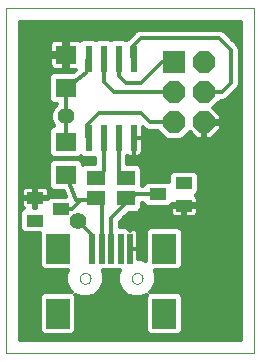
<source format=gtl>
G75*
%MOIN*%
%OFA0B0*%
%FSLAX24Y24*%
%IPPOS*%
%LPD*%
%AMOC8*
5,1,8,0,0,1.08239X$1,22.5*
%
%ADD10C,0.0000*%
%ADD11R,0.0240X0.0870*%
%ADD12R,0.0709X0.0630*%
%ADD13R,0.0551X0.0394*%
%ADD14R,0.0591X0.0512*%
%ADD15R,0.0710X0.0630*%
%ADD16R,0.0740X0.0740*%
%ADD17OC8,0.0740*%
%ADD18R,0.0197X0.0984*%
%ADD19R,0.0787X0.0984*%
%ADD20C,0.0120*%
%ADD21C,0.0556*%
D10*
X001160Y001160D02*
X001160Y012656D01*
X009430Y012656D01*
X009430Y001160D01*
X001160Y001160D01*
X003617Y003660D02*
X003619Y003686D01*
X003625Y003712D01*
X003635Y003737D01*
X003648Y003760D01*
X003664Y003780D01*
X003684Y003798D01*
X003706Y003813D01*
X003729Y003825D01*
X003755Y003833D01*
X003781Y003837D01*
X003807Y003837D01*
X003833Y003833D01*
X003859Y003825D01*
X003883Y003813D01*
X003904Y003798D01*
X003924Y003780D01*
X003940Y003760D01*
X003953Y003737D01*
X003963Y003712D01*
X003969Y003686D01*
X003971Y003660D01*
X003969Y003634D01*
X003963Y003608D01*
X003953Y003583D01*
X003940Y003560D01*
X003924Y003540D01*
X003904Y003522D01*
X003882Y003507D01*
X003859Y003495D01*
X003833Y003487D01*
X003807Y003483D01*
X003781Y003483D01*
X003755Y003487D01*
X003729Y003495D01*
X003705Y003507D01*
X003684Y003522D01*
X003664Y003540D01*
X003648Y003560D01*
X003635Y003583D01*
X003625Y003608D01*
X003619Y003634D01*
X003617Y003660D01*
X005349Y003660D02*
X005351Y003686D01*
X005357Y003712D01*
X005367Y003737D01*
X005380Y003760D01*
X005396Y003780D01*
X005416Y003798D01*
X005438Y003813D01*
X005461Y003825D01*
X005487Y003833D01*
X005513Y003837D01*
X005539Y003837D01*
X005565Y003833D01*
X005591Y003825D01*
X005615Y003813D01*
X005636Y003798D01*
X005656Y003780D01*
X005672Y003760D01*
X005685Y003737D01*
X005695Y003712D01*
X005701Y003686D01*
X005703Y003660D01*
X005701Y003634D01*
X005695Y003608D01*
X005685Y003583D01*
X005672Y003560D01*
X005656Y003540D01*
X005636Y003522D01*
X005614Y003507D01*
X005591Y003495D01*
X005565Y003487D01*
X005539Y003483D01*
X005513Y003483D01*
X005487Y003487D01*
X005461Y003495D01*
X005437Y003507D01*
X005416Y003522D01*
X005396Y003540D01*
X005380Y003560D01*
X005367Y003583D01*
X005357Y003608D01*
X005351Y003634D01*
X005349Y003660D01*
D11*
X005410Y008330D03*
X004910Y008330D03*
X004410Y008330D03*
X003910Y008330D03*
X003910Y010980D03*
X004410Y010980D03*
X004910Y010980D03*
X005410Y010980D03*
D12*
X003160Y011111D03*
X003160Y010009D03*
D13*
X002127Y006334D03*
X002127Y005586D03*
X002993Y005960D03*
X006227Y006460D03*
X007093Y006086D03*
X007093Y006834D03*
D14*
X005160Y006995D03*
X005160Y006325D03*
X004160Y006325D03*
X004160Y006995D03*
D15*
X003160Y007100D03*
X003160Y008220D03*
D16*
X006760Y010860D03*
D17*
X006760Y009860D03*
X006760Y008860D03*
X007760Y008860D03*
X007760Y009860D03*
X007760Y010860D03*
D18*
X005290Y004644D03*
X004975Y004644D03*
X004660Y004644D03*
X004345Y004644D03*
X004030Y004644D03*
D19*
X002888Y004644D03*
X002888Y002479D03*
X006432Y002479D03*
X006432Y004644D03*
D20*
X006103Y003932D02*
X006916Y003932D01*
X007045Y004061D01*
X007045Y005228D01*
X006916Y005356D01*
X005947Y005356D01*
X005818Y005228D01*
X005818Y004229D01*
X005653Y004297D01*
X005568Y004297D01*
X005568Y004644D01*
X005293Y004644D01*
X005293Y004644D01*
X005568Y004644D01*
X005568Y005160D01*
X005556Y005206D01*
X005532Y005247D01*
X005499Y005280D01*
X005458Y005304D01*
X005412Y005316D01*
X005290Y005316D01*
X005290Y005231D01*
X005290Y005231D01*
X005290Y005316D01*
X005205Y005316D01*
X005165Y005356D01*
X004940Y005356D01*
X004940Y005544D01*
X005245Y005849D01*
X005546Y005849D01*
X005675Y005978D01*
X005675Y006180D01*
X005731Y006180D01*
X005731Y006172D01*
X005860Y006043D01*
X006594Y006043D01*
X006675Y006124D01*
X007055Y006124D01*
X007055Y006048D01*
X006637Y006048D01*
X006637Y005865D01*
X006650Y005820D01*
X006673Y005779D01*
X006707Y005745D01*
X006748Y005721D01*
X006794Y005709D01*
X007055Y005709D01*
X007055Y006048D01*
X007131Y006048D01*
X007131Y005709D01*
X007392Y005709D01*
X007438Y005721D01*
X007479Y005745D01*
X007513Y005779D01*
X007536Y005820D01*
X007549Y005865D01*
X007549Y006048D01*
X007132Y006048D01*
X007132Y006124D01*
X007549Y006124D01*
X007549Y006307D01*
X007536Y006352D01*
X007513Y006393D01*
X007479Y006427D01*
X007473Y006430D01*
X007589Y006546D01*
X007589Y007122D01*
X007460Y007251D01*
X006726Y007251D01*
X006597Y007122D01*
X006597Y006873D01*
X006594Y006877D01*
X005860Y006877D01*
X005731Y006748D01*
X005731Y006740D01*
X005675Y006740D01*
X005675Y007342D01*
X005546Y007471D01*
X005190Y007471D01*
X005190Y007744D01*
X005191Y007745D01*
X005221Y007727D01*
X005266Y007715D01*
X005410Y007715D01*
X005554Y007715D01*
X005599Y007727D01*
X005641Y007751D01*
X005674Y007784D01*
X005698Y007826D01*
X005710Y007871D01*
X005710Y008330D01*
X005710Y008714D01*
X005801Y008623D01*
X005904Y008580D01*
X006206Y008580D01*
X006516Y008270D01*
X007004Y008270D01*
X007288Y008554D01*
X007532Y008310D01*
X007720Y008310D01*
X007720Y008820D01*
X007800Y008820D01*
X007800Y008900D01*
X008310Y008900D01*
X008310Y009088D01*
X008066Y009332D01*
X008314Y009580D01*
X008416Y009580D01*
X008519Y009623D01*
X008897Y010001D01*
X008940Y010104D01*
X008940Y011316D01*
X008897Y011419D01*
X008819Y011497D01*
X008419Y011897D01*
X008316Y011940D01*
X005604Y011940D01*
X005501Y011897D01*
X005239Y011635D01*
X005199Y011635D01*
X005160Y011596D01*
X005121Y011635D01*
X004699Y011635D01*
X004660Y011596D01*
X004621Y011635D01*
X004199Y011635D01*
X004160Y011596D01*
X004121Y011635D01*
X003699Y011635D01*
X003629Y011566D01*
X003625Y011570D01*
X003584Y011594D01*
X003538Y011606D01*
X003220Y011606D01*
X003220Y011171D01*
X003100Y011171D01*
X003100Y011051D01*
X003220Y011051D01*
X003220Y010616D01*
X003489Y010616D01*
X003395Y010544D01*
X002715Y010544D01*
X002586Y010415D01*
X002586Y009603D01*
X002715Y009474D01*
X002869Y009474D01*
X002738Y009342D01*
X002662Y009159D01*
X002662Y008961D01*
X002738Y008778D01*
X002761Y008755D01*
X002714Y008755D01*
X002585Y008626D01*
X002585Y007814D01*
X002714Y007685D01*
X003606Y007685D01*
X003648Y007726D01*
X003699Y007675D01*
X004121Y007675D01*
X004130Y007684D01*
X004130Y007471D01*
X003774Y007471D01*
X003735Y007432D01*
X003735Y007506D01*
X003606Y007635D01*
X002714Y007635D01*
X002585Y007506D01*
X002585Y006694D01*
X002714Y006565D01*
X003075Y006565D01*
X003151Y006377D01*
X002626Y006377D01*
X002545Y006296D01*
X002165Y006296D01*
X002165Y006372D01*
X002583Y006372D01*
X002583Y006555D01*
X002570Y006600D01*
X002547Y006641D01*
X002513Y006675D01*
X002472Y006699D01*
X002426Y006711D01*
X002165Y006711D01*
X002165Y006372D01*
X002089Y006372D01*
X002088Y006372D02*
X002088Y006296D01*
X001671Y006296D01*
X001671Y006113D01*
X001684Y006068D01*
X001707Y006027D01*
X001741Y005993D01*
X001747Y005990D01*
X001631Y005874D01*
X001631Y005298D01*
X001760Y005169D01*
X002275Y005169D01*
X002275Y004061D01*
X002404Y003932D01*
X003217Y003932D01*
X003157Y003787D01*
X003157Y003533D01*
X003254Y003299D01*
X003362Y003191D01*
X002404Y003191D01*
X002275Y003062D01*
X002275Y001896D01*
X002404Y001767D01*
X003373Y001767D01*
X003502Y001896D01*
X003502Y003062D01*
X003452Y003112D01*
X003667Y003023D01*
X003921Y003023D01*
X004155Y003120D01*
X004334Y003299D01*
X004431Y003533D01*
X004431Y003787D01*
X004371Y003932D01*
X004949Y003932D01*
X004889Y003787D01*
X004889Y003533D01*
X004986Y003299D01*
X005165Y003120D01*
X005399Y003023D01*
X005653Y003023D01*
X005868Y003112D01*
X005818Y003062D01*
X005818Y001896D01*
X005947Y001767D01*
X006916Y001767D01*
X007045Y001896D01*
X007045Y003062D01*
X006916Y003191D01*
X005958Y003191D01*
X006066Y003299D01*
X006163Y003533D01*
X006163Y003787D01*
X006103Y003932D01*
X006109Y003918D02*
X008970Y003918D01*
X008970Y004036D02*
X007020Y004036D01*
X007045Y004155D02*
X008970Y004155D01*
X008970Y004273D02*
X007045Y004273D01*
X007045Y004392D02*
X008970Y004392D01*
X008970Y004510D02*
X007045Y004510D01*
X007045Y004629D02*
X008970Y004629D01*
X008970Y004747D02*
X007045Y004747D01*
X007045Y004866D02*
X008970Y004866D01*
X008970Y004984D02*
X007045Y004984D01*
X007045Y005103D02*
X008970Y005103D01*
X008970Y005221D02*
X007045Y005221D01*
X006933Y005340D02*
X008970Y005340D01*
X008970Y005458D02*
X004940Y005458D01*
X004973Y005577D02*
X008970Y005577D01*
X008970Y005695D02*
X005091Y005695D01*
X005210Y005814D02*
X006653Y005814D01*
X006637Y005932D02*
X005629Y005932D01*
X005675Y006051D02*
X005853Y006051D01*
X005734Y006169D02*
X005675Y006169D01*
X005525Y006460D02*
X005160Y006325D01*
X005160Y006160D01*
X004660Y005660D01*
X004660Y004644D01*
X004345Y004644D02*
X004345Y006140D01*
X004160Y006325D01*
X004093Y006258D01*
X003660Y006258D01*
X003362Y005960D01*
X002993Y005960D01*
X003140Y006406D02*
X002583Y006406D01*
X002583Y006525D02*
X003092Y006525D01*
X003502Y006258D02*
X003160Y007100D01*
X003631Y007710D02*
X003664Y007710D01*
X003650Y007591D02*
X004130Y007591D01*
X004130Y007473D02*
X003735Y007473D01*
X004160Y006995D02*
X004410Y007245D01*
X004410Y008330D01*
X003910Y008330D02*
X003860Y008380D01*
X003860Y008760D01*
X004260Y009160D01*
X005660Y009160D01*
X005960Y008860D01*
X006760Y008860D01*
X007155Y008421D02*
X007422Y008421D01*
X007303Y008539D02*
X007273Y008539D01*
X007036Y008302D02*
X008970Y008302D01*
X008970Y008184D02*
X005710Y008184D01*
X005710Y008302D02*
X006484Y008302D01*
X006365Y008421D02*
X005710Y008421D01*
X005710Y008330D02*
X005410Y008330D01*
X005410Y008330D01*
X005710Y008330D01*
X005710Y008539D02*
X006247Y008539D01*
X005766Y008658D02*
X005710Y008658D01*
X005410Y008330D02*
X005410Y007715D01*
X005410Y008330D01*
X005410Y008330D01*
X005410Y008302D02*
X005410Y008302D01*
X005410Y008184D02*
X005410Y008184D01*
X005410Y008065D02*
X005410Y008065D01*
X005410Y007947D02*
X005410Y007947D01*
X005410Y007828D02*
X005410Y007828D01*
X005190Y007710D02*
X008970Y007710D01*
X008970Y007828D02*
X005698Y007828D01*
X005710Y007947D02*
X008970Y007947D01*
X008970Y008065D02*
X005710Y008065D01*
X005663Y007354D02*
X008970Y007354D01*
X008970Y007236D02*
X007475Y007236D01*
X007589Y007117D02*
X008970Y007117D01*
X008970Y006999D02*
X007589Y006999D01*
X007589Y006880D02*
X008970Y006880D01*
X008970Y006762D02*
X007589Y006762D01*
X007589Y006643D02*
X008970Y006643D01*
X008970Y006525D02*
X007567Y006525D01*
X007500Y006406D02*
X008970Y006406D01*
X008970Y006288D02*
X007549Y006288D01*
X007549Y006169D02*
X008970Y006169D01*
X008970Y006051D02*
X007132Y006051D01*
X007055Y006051D02*
X006601Y006051D01*
X007055Y005932D02*
X007131Y005932D01*
X007131Y005814D02*
X007055Y005814D01*
X007533Y005814D02*
X008970Y005814D01*
X008970Y005932D02*
X007549Y005932D01*
X006597Y006880D02*
X005675Y006880D01*
X005675Y006762D02*
X005745Y006762D01*
X005675Y006999D02*
X006597Y006999D01*
X006597Y007117D02*
X005675Y007117D01*
X005675Y007236D02*
X006711Y007236D01*
X006227Y006460D02*
X005525Y006460D01*
X005160Y006995D02*
X004910Y007245D01*
X004910Y008330D01*
X005190Y007591D02*
X008970Y007591D01*
X008970Y007473D02*
X005190Y007473D01*
X004093Y006258D02*
X004093Y006227D01*
X003660Y006258D02*
X003502Y006258D01*
X003560Y005560D02*
X004030Y005090D01*
X004030Y004644D01*
X004377Y003918D02*
X004943Y003918D01*
X004894Y003799D02*
X004426Y003799D01*
X004431Y003681D02*
X004889Y003681D01*
X004889Y003562D02*
X004431Y003562D01*
X004394Y003444D02*
X004926Y003444D01*
X004975Y003325D02*
X004345Y003325D01*
X004241Y003207D02*
X005079Y003207D01*
X005242Y003088D02*
X004078Y003088D01*
X003510Y003088D02*
X003476Y003088D01*
X003502Y002970D02*
X005818Y002970D01*
X005810Y003088D02*
X005844Y003088D01*
X005974Y003207D02*
X008970Y003207D01*
X008970Y003325D02*
X006077Y003325D01*
X006126Y003444D02*
X008970Y003444D01*
X008970Y003562D02*
X006163Y003562D01*
X006163Y003681D02*
X008970Y003681D01*
X008970Y003799D02*
X006158Y003799D01*
X005818Y004273D02*
X005711Y004273D01*
X005818Y004392D02*
X005568Y004392D01*
X005568Y004510D02*
X005818Y004510D01*
X005818Y004629D02*
X005568Y004629D01*
X005568Y004747D02*
X005818Y004747D01*
X005818Y004866D02*
X005568Y004866D01*
X005568Y004984D02*
X005818Y004984D01*
X005818Y005103D02*
X005568Y005103D01*
X005547Y005221D02*
X005818Y005221D01*
X005930Y005340D02*
X005181Y005340D01*
X005818Y002851D02*
X003502Y002851D01*
X003502Y002733D02*
X005818Y002733D01*
X005818Y002614D02*
X003502Y002614D01*
X003502Y002496D02*
X005818Y002496D01*
X005818Y002377D02*
X003502Y002377D01*
X003502Y002259D02*
X005818Y002259D01*
X005818Y002140D02*
X003502Y002140D01*
X003502Y002022D02*
X005818Y002022D01*
X005818Y001903D02*
X003502Y001903D01*
X003391Y001785D02*
X005929Y001785D01*
X006934Y001785D02*
X008970Y001785D01*
X008970Y001903D02*
X007045Y001903D01*
X007045Y002022D02*
X008970Y002022D01*
X008970Y002140D02*
X007045Y002140D01*
X007045Y002259D02*
X008970Y002259D01*
X008970Y002377D02*
X007045Y002377D01*
X007045Y002496D02*
X008970Y002496D01*
X008970Y002614D02*
X007045Y002614D01*
X007045Y002733D02*
X008970Y002733D01*
X008970Y002851D02*
X007045Y002851D01*
X007045Y002970D02*
X008970Y002970D01*
X008970Y003088D02*
X007019Y003088D01*
X008970Y001666D02*
X001620Y001666D01*
X001620Y001620D02*
X001620Y012196D01*
X008970Y012196D01*
X008970Y001620D01*
X001620Y001620D01*
X001620Y001785D02*
X002386Y001785D01*
X002275Y001903D02*
X001620Y001903D01*
X001620Y002022D02*
X002275Y002022D01*
X002275Y002140D02*
X001620Y002140D01*
X001620Y002259D02*
X002275Y002259D01*
X002275Y002377D02*
X001620Y002377D01*
X001620Y002496D02*
X002275Y002496D01*
X002275Y002614D02*
X001620Y002614D01*
X001620Y002733D02*
X002275Y002733D01*
X002275Y002851D02*
X001620Y002851D01*
X001620Y002970D02*
X002275Y002970D01*
X002301Y003088D02*
X001620Y003088D01*
X001620Y003207D02*
X003346Y003207D01*
X003243Y003325D02*
X001620Y003325D01*
X001620Y003444D02*
X003194Y003444D01*
X003157Y003562D02*
X001620Y003562D01*
X001620Y003681D02*
X003157Y003681D01*
X003162Y003799D02*
X001620Y003799D01*
X001620Y003918D02*
X003211Y003918D01*
X002300Y004036D02*
X001620Y004036D01*
X001620Y004155D02*
X002275Y004155D01*
X002275Y004273D02*
X001620Y004273D01*
X001620Y004392D02*
X002275Y004392D01*
X002275Y004510D02*
X001620Y004510D01*
X001620Y004629D02*
X002275Y004629D01*
X002275Y004747D02*
X001620Y004747D01*
X001620Y004866D02*
X002275Y004866D01*
X002275Y004984D02*
X001620Y004984D01*
X001620Y005103D02*
X002275Y005103D01*
X001708Y005221D02*
X001620Y005221D01*
X001620Y005340D02*
X001631Y005340D01*
X001620Y005458D02*
X001631Y005458D01*
X001620Y005577D02*
X001631Y005577D01*
X001620Y005695D02*
X001631Y005695D01*
X001620Y005814D02*
X001631Y005814D01*
X001620Y005932D02*
X001689Y005932D01*
X001694Y006051D02*
X001620Y006051D01*
X001620Y006169D02*
X001671Y006169D01*
X001671Y006288D02*
X001620Y006288D01*
X001671Y006372D02*
X002088Y006372D01*
X002089Y006372D02*
X002089Y006711D01*
X001828Y006711D01*
X001782Y006699D01*
X001741Y006675D01*
X001707Y006641D01*
X001684Y006600D01*
X001671Y006555D01*
X001671Y006372D01*
X001671Y006406D02*
X001620Y006406D01*
X001620Y006525D02*
X001671Y006525D01*
X001709Y006643D02*
X001620Y006643D01*
X001620Y006762D02*
X002585Y006762D01*
X002585Y006880D02*
X001620Y006880D01*
X001620Y006999D02*
X002585Y006999D01*
X002585Y007117D02*
X001620Y007117D01*
X001620Y007236D02*
X002585Y007236D01*
X002585Y007354D02*
X001620Y007354D01*
X001620Y007473D02*
X002585Y007473D01*
X002670Y007591D02*
X001620Y007591D01*
X001620Y007710D02*
X002689Y007710D01*
X002585Y007828D02*
X001620Y007828D01*
X001620Y007947D02*
X002585Y007947D01*
X002585Y008065D02*
X001620Y008065D01*
X001620Y008184D02*
X002585Y008184D01*
X002585Y008302D02*
X001620Y008302D01*
X001620Y008421D02*
X002585Y008421D01*
X002585Y008539D02*
X001620Y008539D01*
X001620Y008658D02*
X002617Y008658D01*
X002740Y008776D02*
X001620Y008776D01*
X001620Y008895D02*
X002689Y008895D01*
X002662Y009013D02*
X001620Y009013D01*
X001620Y009132D02*
X002662Y009132D01*
X002700Y009250D02*
X001620Y009250D01*
X001620Y009369D02*
X002764Y009369D01*
X002701Y009487D02*
X001620Y009487D01*
X001620Y009606D02*
X002586Y009606D01*
X002586Y009724D02*
X001620Y009724D01*
X001620Y009843D02*
X002586Y009843D01*
X002586Y009961D02*
X001620Y009961D01*
X001620Y010080D02*
X002586Y010080D01*
X002586Y010198D02*
X001620Y010198D01*
X001620Y010317D02*
X002586Y010317D01*
X002606Y010435D02*
X001620Y010435D01*
X001620Y010554D02*
X003408Y010554D01*
X003220Y010672D02*
X003100Y010672D01*
X003100Y010616D02*
X003100Y011051D01*
X002626Y011051D01*
X002626Y010773D01*
X002638Y010727D01*
X002662Y010686D01*
X002695Y010652D01*
X002736Y010628D01*
X002782Y010616D01*
X003100Y010616D01*
X003100Y010791D02*
X003220Y010791D01*
X003220Y010909D02*
X003100Y010909D01*
X003100Y011028D02*
X003220Y011028D01*
X003100Y011146D02*
X001620Y011146D01*
X001620Y011028D02*
X002626Y011028D01*
X002626Y010909D02*
X001620Y010909D01*
X001620Y010791D02*
X002626Y010791D01*
X002675Y010672D02*
X001620Y010672D01*
X001620Y011265D02*
X002626Y011265D01*
X002626Y011171D02*
X003100Y011171D01*
X003100Y011606D01*
X002782Y011606D01*
X002736Y011594D01*
X002695Y011570D01*
X002662Y011537D01*
X002638Y011496D01*
X002626Y011450D01*
X002626Y011171D01*
X002626Y011383D02*
X001620Y011383D01*
X001620Y011502D02*
X002641Y011502D01*
X003100Y011502D02*
X003220Y011502D01*
X003220Y011383D02*
X003100Y011383D01*
X003100Y011265D02*
X003220Y011265D01*
X003684Y011620D02*
X001620Y011620D01*
X001620Y011739D02*
X005343Y011739D01*
X005461Y011857D02*
X001620Y011857D01*
X001620Y011976D02*
X008970Y011976D01*
X008970Y012094D02*
X001620Y012094D01*
X003160Y010009D02*
X003809Y010509D01*
X003860Y010560D01*
X003860Y010930D01*
X003910Y010980D01*
X004410Y010980D02*
X004410Y010210D01*
X004760Y009860D01*
X006760Y009860D01*
X006760Y010860D02*
X006360Y010860D01*
X005660Y010160D01*
X005160Y010160D01*
X004910Y010410D01*
X004910Y010980D01*
X005360Y011030D02*
X005410Y010980D01*
X005360Y011030D02*
X005360Y011360D01*
X005660Y011660D01*
X008260Y011660D01*
X008660Y011260D01*
X008660Y010160D01*
X008360Y009860D01*
X007760Y009860D01*
X008103Y009369D02*
X008970Y009369D01*
X008970Y009487D02*
X008221Y009487D01*
X008148Y009250D02*
X008970Y009250D01*
X008970Y009132D02*
X008266Y009132D01*
X008310Y009013D02*
X008970Y009013D01*
X008970Y008895D02*
X007800Y008895D01*
X007800Y008820D02*
X008310Y008820D01*
X008310Y008632D01*
X007988Y008310D01*
X007800Y008310D01*
X007800Y008820D01*
X007800Y008776D02*
X007720Y008776D01*
X007720Y008658D02*
X007800Y008658D01*
X007800Y008539D02*
X007720Y008539D01*
X007720Y008421D02*
X007800Y008421D01*
X008098Y008421D02*
X008970Y008421D01*
X008970Y008539D02*
X008217Y008539D01*
X008310Y008658D02*
X008970Y008658D01*
X008970Y008776D02*
X008310Y008776D01*
X008477Y009606D02*
X008970Y009606D01*
X008970Y009724D02*
X008620Y009724D01*
X008739Y009843D02*
X008970Y009843D01*
X008970Y009961D02*
X008857Y009961D01*
X008930Y010080D02*
X008970Y010080D01*
X008970Y010198D02*
X008940Y010198D01*
X008940Y010317D02*
X008970Y010317D01*
X008970Y010435D02*
X008940Y010435D01*
X008940Y010554D02*
X008970Y010554D01*
X008970Y010672D02*
X008940Y010672D01*
X008940Y010791D02*
X008970Y010791D01*
X008970Y010909D02*
X008940Y010909D01*
X008940Y011028D02*
X008970Y011028D01*
X008970Y011146D02*
X008940Y011146D01*
X008940Y011265D02*
X008970Y011265D01*
X008970Y011383D02*
X008912Y011383D01*
X008970Y011502D02*
X008814Y011502D01*
X008819Y011497D02*
X008819Y011497D01*
X008696Y011620D02*
X008970Y011620D01*
X008970Y011739D02*
X008577Y011739D01*
X008459Y011857D02*
X008970Y011857D01*
X005184Y011620D02*
X005136Y011620D01*
X004684Y011620D02*
X004636Y011620D01*
X004184Y011620D02*
X004136Y011620D01*
X003160Y010009D02*
X003160Y009060D01*
X003160Y008220D01*
X002636Y006643D02*
X002545Y006643D01*
X002165Y006643D02*
X002089Y006643D01*
X002089Y006525D02*
X002165Y006525D01*
X002165Y006406D02*
X002089Y006406D01*
X002127Y006334D02*
X002160Y006160D01*
X002265Y006296D01*
X002165Y006296D02*
X002165Y006003D01*
X002089Y006003D01*
X002089Y006296D01*
X002165Y006296D01*
X002165Y006288D02*
X002089Y006288D01*
X002089Y006169D02*
X002165Y006169D01*
X002165Y006051D02*
X002089Y006051D01*
D21*
X003560Y005560D03*
X003160Y009060D03*
M02*

</source>
